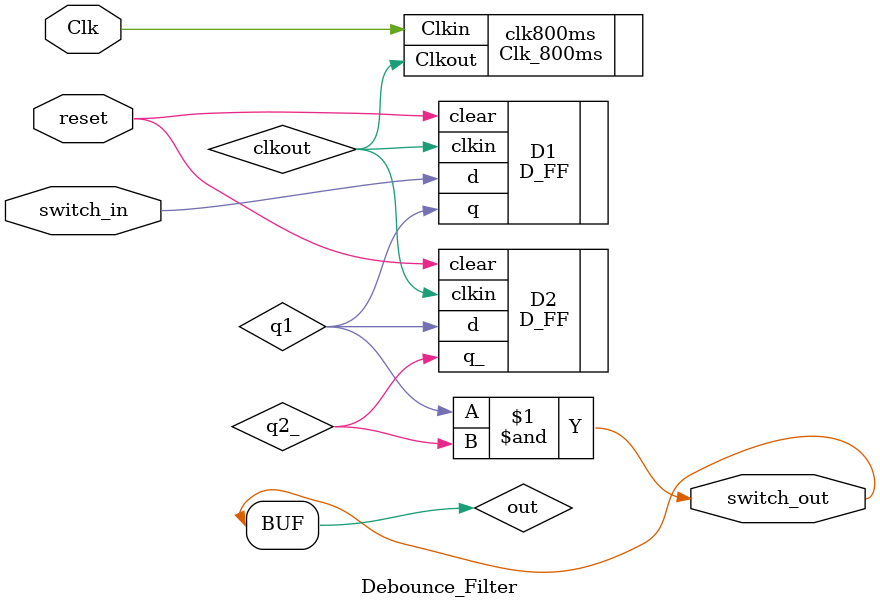
<source format=v>
module Debounce_Filter(
    input Clk, reset,
    input switch_in,
    output switch_out
    );
    
    wire clkout;              
    
    Clk_800ms clk800ms(.Clkin(Clk), .Clkout(clkout));
    
    //DEBOUNCE LOGIC
    wire q1, q2_, out;
    
    D_FF D1(.clkin(clkout), 
            .d(switch_in), .clear(reset),
            .q(q1));
                  
    D_FF D2(.clkin(clkout), 
            .d(q1), .clear(reset),
            .q_(q2_));
                  
    and(out, q1, q2_);
    assign switch_out = out;
endmodule
</source>
